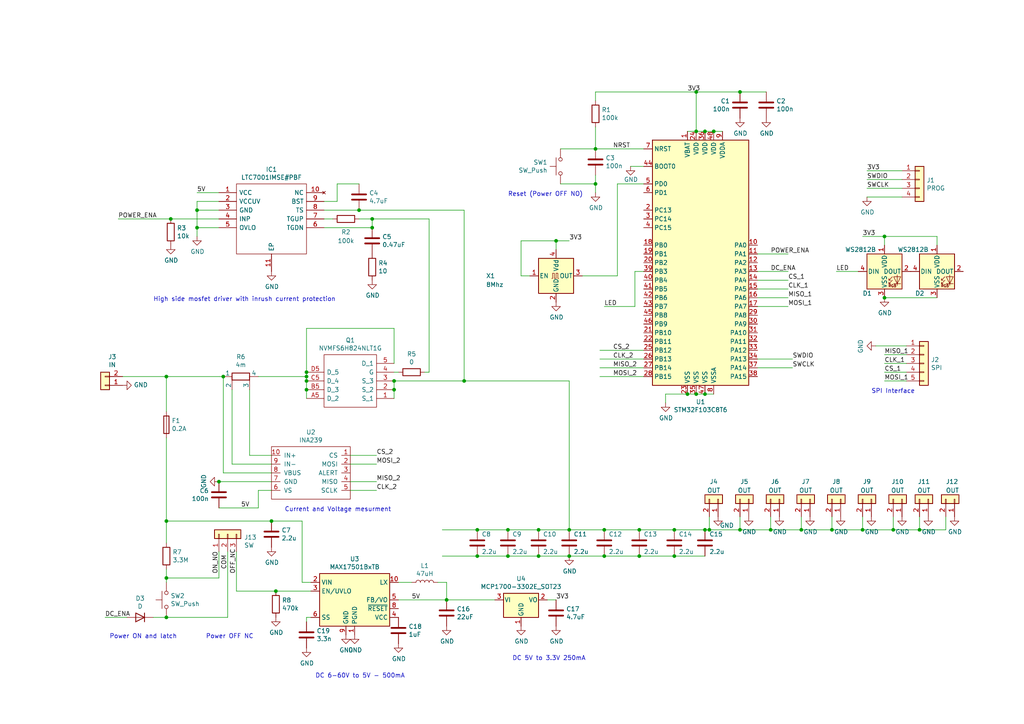
<source format=kicad_sch>
(kicad_sch (version 20211123) (generator eeschema)
  (paper "A4")
  (title_block (title "ODRI Power Board") (company "LAAS-CNRS") (comment 1 "Thomas Flayols"))
  (junction (at 250.19 153.67))
  (junction (at 88.9 107.95))
  (junction (at 259.08 153.67))
  (junction (at 156.21 153.67))
  (junction (at 107.95 66.04))
  (junction (at 214.63 26.67))
  (junction (at 129.54 173.99))
  (junction (at 80.01 171.45))
  (junction (at 48.26 179.07))
  (junction (at 165.1 161.29))
  (junction (at 201.93 26.67))
  (junction (at 185.42 161.29))
  (junction (at 175.26 153.67))
  (junction (at 138.43 161.29))
  (junction (at 78.74 151.13))
  (junction (at 223.52 153.67))
  (junction (at 114.3 113.03))
  (junction (at 175.26 161.29))
  (junction (at 205.74 153.67))
  (junction (at 201.93 114.3))
  (junction (at 204.47 153.67))
  (junction (at 172.72 43.18))
  (junction (at 172.72 53.34))
  (junction (at 134.62 110.49))
  (junction (at 241.3 153.67))
  (junction (at 204.47 38.1))
  (junction (at 49.53 63.5))
  (junction (at 48.26 167.64))
  (junction (at 199.39 114.3))
  (junction (at 207.01 38.1))
  (junction (at 232.41 153.67))
  (junction (at 185.42 153.67))
  (junction (at 88.9 109.22))
  (junction (at 88.9 113.03))
  (junction (at 57.15 66.04))
  (junction (at 214.63 153.67))
  (junction (at 48.26 151.13))
  (junction (at 64.77 109.22))
  (junction (at 57.15 60.96))
  (junction (at 48.26 109.22))
  (junction (at 147.32 153.67))
  (junction (at 204.47 114.3))
  (junction (at 114.3 110.49))
  (junction (at 156.21 161.29))
  (junction (at 165.1 153.67))
  (junction (at 201.93 38.1))
  (junction (at 63.5 139.7))
  (junction (at 88.9 110.49))
  (junction (at 107.95 63.5))
  (junction (at 104.14 60.96))
  (junction (at 256.54 68.58))
  (junction (at 266.7 153.67))
  (junction (at 138.43 153.67))
  (junction (at 256.54 86.36))
  (junction (at 147.32 161.29))
  (junction (at 195.58 153.67))
  (junction (at 161.29 69.85))
  (junction (at 195.58 161.29))
  (wire (pts (xy 173.99 104.14) (xy 186.69 104.14)))
  (wire (pts (xy 90.17 179.07) (xy 88.9 179.07)))
  (wire (pts (xy 57.15 58.42) (xy 57.15 60.96)))
  (wire (pts (xy 88.9 115.57) (xy 88.9 113.03)))
  (wire (pts (xy 219.71 88.9) (xy 228.6 88.9)))
  (wire (pts (xy 134.62 60.96) (xy 134.62 110.49)))
  (wire (pts (xy 184.15 88.9) (xy 175.26 88.9)))
  (wire (pts (xy 271.78 86.36) (xy 256.54 86.36)))
  (wire (pts (xy 114.3 95.25) (xy 88.9 95.25)))
  (wire (pts (xy 129.54 168.91) (xy 129.54 173.99)))
  (wire (pts (xy 107.95 63.5) (xy 107.95 66.04)))
  (wire (pts (xy 186.69 43.18) (xy 172.72 43.18)))
  (wire (pts (xy 114.3 105.41) (xy 114.3 95.25)))
  (wire (pts (xy 161.29 69.85) (xy 165.1 69.85)))
  (wire (pts (xy 158.75 173.99) (xy 161.29 173.99)))
  (wire (pts (xy 66.04 160.02) (xy 66.04 179.07)))
  (wire (pts (xy 184.15 78.74) (xy 184.15 88.9)))
  (wire (pts (xy 97.79 53.34) (xy 104.14 53.34)))
  (wire (pts (xy 101.6 139.7) (xy 109.22 139.7)))
  (wire (pts (xy 34.29 63.5) (xy 49.53 63.5)))
  (wire (pts (xy 201.93 38.1) (xy 204.47 38.1)))
  (wire (pts (xy 104.14 63.5) (xy 107.95 63.5)))
  (wire (pts (xy 57.15 66.04) (xy 63.5 66.04)))
  (wire (pts (xy 101.6 134.62) (xy 109.22 134.62)))
  (wire (pts (xy 219.71 104.14) (xy 229.87 104.14)))
  (wire (pts (xy 193.04 114.3) (xy 199.39 114.3)))
  (wire (pts (xy 88.9 109.22) (xy 88.9 110.49)))
  (wire (pts (xy 261.62 57.15) (xy 251.46 57.15)))
  (wire (pts (xy 114.3 110.49) (xy 114.3 113.03)))
  (wire (pts (xy 232.41 153.67) (xy 232.41 149.86)))
  (wire (pts (xy 162.56 53.34) (xy 172.72 53.34)))
  (wire (pts (xy 262.89 100.33) (xy 254 100.33)))
  (wire (pts (xy 214.63 153.67) (xy 223.52 153.67)))
  (wire (pts (xy 74.93 147.32) (xy 63.5 147.32)))
  (wire (pts (xy 88.9 107.95) (xy 88.9 109.22)))
  (wire (pts (xy 147.32 153.67) (xy 156.21 153.67)))
  (wire (pts (xy 262.89 110.49) (xy 256.54 110.49)))
  (wire (pts (xy 185.42 153.67) (xy 195.58 153.67)))
  (wire (pts (xy 88.9 110.49) (xy 88.9 113.03)))
  (wire (pts (xy 147.32 153.67) (xy 138.43 153.67)))
  (wire (pts (xy 44.45 179.07) (xy 48.26 179.07)))
  (wire (pts (xy 90.17 171.45) (xy 80.01 171.45)))
  (wire (pts (xy 205.74 153.67) (xy 214.63 153.67)))
  (wire (pts (xy 193.04 116.84) (xy 193.04 114.3)))
  (wire (pts (xy 172.72 36.83) (xy 172.72 43.18)))
  (wire (pts (xy 241.3 153.67) (xy 241.3 149.86)))
  (wire (pts (xy 205.74 153.67) (xy 205.74 149.86)))
  (wire (pts (xy 185.42 161.29) (xy 175.26 161.29)))
  (wire (pts (xy 179.07 80.01) (xy 168.91 80.01)))
  (wire (pts (xy 151.13 80.01) (xy 151.13 69.85)))
  (wire (pts (xy 123.19 107.95) (xy 124.46 107.95)))
  (wire (pts (xy 274.32 153.67) (xy 274.32 149.86)))
  (wire (pts (xy 241.3 153.67) (xy 250.19 153.67)))
  (wire (pts (xy 173.99 106.68) (xy 186.69 106.68)))
  (wire (pts (xy 78.74 139.7) (xy 63.5 139.7)))
  (wire (pts (xy 68.58 171.45) (xy 80.01 171.45)))
  (wire (pts (xy 201.93 114.3) (xy 204.47 114.3)))
  (wire (pts (xy 87.63 168.91) (xy 87.63 151.13)))
  (wire (pts (xy 104.14 60.96) (xy 93.98 60.96)))
  (wire (pts (xy 262.89 105.41) (xy 256.54 105.41)))
  (wire (pts (xy 199.39 38.1) (xy 201.93 38.1)))
  (wire (pts (xy 78.74 132.08) (xy 72.39 132.08)))
  (wire (pts (xy 259.08 153.67) (xy 259.08 149.86)))
  (wire (pts (xy 256.54 71.12) (xy 256.54 68.58)))
  (wire (pts (xy 74.93 142.24) (xy 74.93 147.32)))
  (wire (pts (xy 271.78 71.12) (xy 271.78 68.58)))
  (wire (pts (xy 57.15 60.96) (xy 57.15 66.04)))
  (wire (pts (xy 251.46 52.07) (xy 261.62 52.07)))
  (wire (pts (xy 88.9 179.07) (xy 88.9 180.34)))
  (wire (pts (xy 266.7 153.67) (xy 274.32 153.67)))
  (wire (pts (xy 67.31 113.03) (xy 67.31 134.62)))
  (wire (pts (xy 219.71 86.36) (xy 228.6 86.36)))
  (wire (pts (xy 214.63 153.67) (xy 214.63 149.86)))
  (wire (pts (xy 72.39 113.03) (xy 72.39 132.08)))
  (wire (pts (xy 256.54 107.95) (xy 262.89 107.95)))
  (wire (pts (xy 173.99 109.22) (xy 186.69 109.22)))
  (wire (pts (xy 93.98 63.5) (xy 96.52 63.5)))
  (wire (pts (xy 153.67 80.01) (xy 151.13 80.01)))
  (wire (pts (xy 172.72 53.34) (xy 172.72 55.88)))
  (wire (pts (xy 93.98 66.04) (xy 107.95 66.04)))
  (wire (pts (xy 64.77 137.16) (xy 64.77 109.22)))
  (wire (pts (xy 219.71 81.28) (xy 228.6 81.28)))
  (wire (pts (xy 128.27 153.67) (xy 138.43 153.67)))
  (wire (pts (xy 107.95 63.5) (xy 124.46 63.5)))
  (wire (pts (xy 248.92 78.74) (xy 242.57 78.74)))
  (wire (pts (xy 175.26 161.29) (xy 165.1 161.29)))
  (wire (pts (xy 219.71 106.68) (xy 229.87 106.68)))
  (wire (pts (xy 48.26 109.22) (xy 48.26 119.38)))
  (wire (pts (xy 114.3 107.95) (xy 115.57 107.95)))
  (wire (pts (xy 165.1 153.67) (xy 175.26 153.67)))
  (wire (pts (xy 179.07 53.34) (xy 179.07 80.01)))
  (wire (pts (xy 201.93 26.67) (xy 214.63 26.67)))
  (wire (pts (xy 114.3 113.03) (xy 114.3 115.57)))
  (wire (pts (xy 134.62 110.49) (xy 114.3 110.49)))
  (wire (pts (xy 204.47 161.29) (xy 195.58 161.29)))
  (wire (pts (xy 199.39 114.3) (xy 201.93 114.3)))
  (wire (pts (xy 271.78 68.58) (xy 256.54 68.58)))
  (wire (pts (xy 172.72 29.21) (xy 172.72 26.67)))
  (wire (pts (xy 90.17 168.91) (xy 87.63 168.91)))
  (wire (pts (xy 48.26 165.1) (xy 48.26 167.64)))
  (wire (pts (xy 124.46 63.5) (xy 124.46 107.95)))
  (wire (pts (xy 115.57 173.99) (xy 129.54 173.99)))
  (wire (pts (xy 104.14 60.96) (xy 134.62 60.96)))
  (wire (pts (xy 250.19 153.67) (xy 259.08 153.67)))
  (wire (pts (xy 63.5 55.88) (xy 57.15 55.88)))
  (wire (pts (xy 204.47 38.1) (xy 207.01 38.1)))
  (wire (pts (xy 173.99 101.6) (xy 186.69 101.6)))
  (wire (pts (xy 78.74 151.13) (xy 87.63 151.13)))
  (wire (pts (xy 207.01 38.1) (xy 209.55 38.1)))
  (wire (pts (xy 48.26 167.64) (xy 48.26 168.91)))
  (wire (pts (xy 172.72 26.67) (xy 201.93 26.67)))
  (wire (pts (xy 219.71 73.66) (xy 228.6 73.66)))
  (wire (pts (xy 48.26 157.48) (xy 48.26 151.13)))
  (wire (pts (xy 78.74 134.62) (xy 67.31 134.62)))
  (wire (pts (xy 250.19 153.67) (xy 250.19 149.86)))
  (wire (pts (xy 35.56 109.22) (xy 48.26 109.22)))
  (wire (pts (xy 223.52 153.67) (xy 232.41 153.67)))
  (wire (pts (xy 161.29 72.39) (xy 161.29 69.85)))
  (wire (pts (xy 251.46 49.53) (xy 261.62 49.53)))
  (wire (pts (xy 48.26 127) (xy 48.26 151.13)))
  (wire (pts (xy 68.58 160.02) (xy 68.58 171.45)))
  (wire (pts (xy 101.6 132.08) (xy 109.22 132.08)))
  (wire (pts (xy 186.69 53.34) (xy 179.07 53.34)))
  (wire (pts (xy 48.26 151.13) (xy 78.74 151.13)))
  (wire (pts (xy 138.43 161.29) (xy 147.32 161.29)))
  (wire (pts (xy 162.56 43.18) (xy 172.72 43.18)))
  (wire (pts (xy 93.98 58.42) (xy 97.79 58.42)))
  (wire (pts (xy 259.08 153.67) (xy 266.7 153.67)))
  (wire (pts (xy 201.93 38.1) (xy 201.93 26.67)))
  (wire (pts (xy 266.7 153.67) (xy 266.7 149.86)))
  (wire (pts (xy 127 168.91) (xy 129.54 168.91)))
  (wire (pts (xy 156.21 161.29) (xy 165.1 161.29)))
  (wire (pts (xy 195.58 153.67) (xy 204.47 153.67)))
  (wire (pts (xy 101.6 142.24) (xy 109.22 142.24)))
  (wire (pts (xy 186.69 78.74) (xy 184.15 78.74)))
  (wire (pts (xy 204.47 114.3) (xy 207.01 114.3)))
  (wire (pts (xy 48.26 109.22) (xy 64.77 109.22)))
  (wire (pts (xy 63.5 167.64) (xy 63.5 160.02)))
  (wire (pts (xy 204.47 153.67) (xy 205.74 153.67)))
  (wire (pts (xy 175.26 153.67) (xy 185.42 153.67)))
  (wire (pts (xy 30.48 179.07) (xy 36.83 179.07)))
  (wire (pts (xy 232.41 153.67) (xy 241.3 153.67)))
  (wire (pts (xy 219.71 78.74) (xy 228.6 78.74)))
  (wire (pts (xy 151.13 69.85) (xy 161.29 69.85)))
  (wire (pts (xy 214.63 26.67) (xy 222.25 26.67)))
  (wire (pts (xy 63.5 58.42) (xy 57.15 58.42)))
  (wire (pts (xy 57.15 60.96) (xy 63.5 60.96)))
  (wire (pts (xy 78.74 142.24) (xy 74.93 142.24)))
  (wire (pts (xy 115.57 168.91) (xy 119.38 168.91)))
  (wire (pts (xy 156.21 153.67) (xy 165.1 153.67)))
  (wire (pts (xy 74.93 109.22) (xy 88.9 109.22)))
  (wire (pts (xy 195.58 161.29) (xy 185.42 161.29)))
  (wire (pts (xy 128.27 161.29) (xy 138.43 161.29)))
  (wire (pts (xy 172.72 50.8) (xy 172.72 53.34)))
  (wire (pts (xy 256.54 102.87) (xy 262.89 102.87)))
  (wire (pts (xy 261.62 54.61) (xy 251.46 54.61)))
  (wire (pts (xy 165.1 153.67) (xy 165.1 110.49)))
  (wire (pts (xy 97.79 58.42) (xy 97.79 53.34)))
  (wire (pts (xy 219.71 83.82) (xy 228.6 83.82)))
  (wire (pts (xy 223.52 153.67) (xy 223.52 149.86)))
  (wire (pts (xy 49.53 63.5) (xy 63.5 63.5)))
  (wire (pts (xy 182.88 48.26) (xy 186.69 48.26)))
  (wire (pts (xy 48.26 179.07) (xy 66.04 179.07)))
  (wire (pts (xy 147.32 161.29) (xy 156.21 161.29)))
  (wire (pts (xy 57.15 68.58) (xy 57.15 66.04)))
  (wire (pts (xy 78.74 137.16) (xy 64.77 137.16)))
  (wire (pts (xy 48.26 167.64) (xy 63.5 167.64)))
  (wire (pts (xy 165.1 110.49) (xy 134.62 110.49)))
  (wire (pts (xy 256.54 68.58) (xy 250.19 68.58)))
  (wire (pts (xy 88.9 95.25) (xy 88.9 107.95)))
  (wire (pts (xy 129.54 173.99) (xy 143.51 173.99)))
  (text "SPI Interface" (at 252.73 114.3 0) (effects (font (size 1.27 1.27)) (justify left bottom)))
  (text "Power OFF NC" (at 59.69 185.42 0) (effects (font (size 1.27 1.27)) (justify left bottom)))
  (text "Current and Voltage mesurment" (at 82.55 148.59 0) (effects (font (size 1.27 1.27)) (justify left bottom)))
  (text "Reset (Power OFF NO)" (at 147.32 57.15 0) (effects (font (size 1.27 1.27)) (justify left bottom)))
  (text "DC 5V to 3.3V 250mA" (at 148.59 191.77 0) (effects (font (size 1.27 1.27)) (justify left bottom)))
  (text "Power ON and latch" (at 31.75 185.42 0) (effects (font (size 1.27 1.27)) (justify left bottom)))
  (text "High side mosfet driver with inrush current protection" (at 44.45 87.63 0) (effects (font (size 1.27 1.27)) (justify left bottom)))
  (text "DC 6-60V to 5V - 500mA" (at 91.44 196.85 0) (effects (font (size 1.27 1.27)) (justify left bottom)))
  (label "CLK_1" (at 228.6 83.82 0))
  (label "3V3" (at 165.1 69.85 0))
  (label "SWDIO" (at 229.87 104.14 0))
  (label "3V3" (at 199.39 26.67 0))
  (label "MOSI_1" (at 228.6 88.9 0))
  (label "CS_1" (at 228.6 81.28 0))
  (label "OFF_NC" (at 68.58 166.37 90))
  (label "COM" (at 66.04 165.1 90))
  (label "3V3" (at 251.46 49.53 0))
  (label "MISO_1" (at 256.54 102.87 0))
  (label "CS_1" (at 256.54 107.95 0))
  (label "MISO_2" (at 177.8 106.68 0))
  (label "MOSI_2" (at 177.8 109.22 0))
  (label "SWCLK" (at 229.87 106.68 0))
  (label "5V" (at 72.39 147.32 180))
  (label "CLK_2" (at 109.22 142.24 0))
  (label "SWDIO" (at 251.46 52.07 0))
  (label "NRST" (at 177.8 43.18 0))
  (label "CS_2" (at 177.8 101.6 0))
  (label "3V3" (at 161.29 173.99 0))
  (label "MISO_1" (at 228.6 86.36 0))
  (label "CS_2" (at 109.22 132.08 0))
  (label "POWER_ENA" (at 34.29 63.5 0))
  (label "POWER_ENA" (at 223.52 73.66 0))
  (label "MOSI_1" (at 256.54 110.49 0))
  (label "ON_NO" (at 63.5 166.37 90))
  (label "LED" (at 175.26 88.9 0))
  (label "CLK_1" (at 256.54 105.41 0))
  (label "5V" (at 119.38 173.99 0))
  (label "MISO_2" (at 109.22 139.7 0))
  (label "DC_ENA" (at 30.48 179.07 0))
  (label "SWCLK" (at 251.46 54.61 0))
  (label "3V3" (at 250.19 68.58 0))
  (label "MOSI_2" (at 109.22 134.62 0))
  (label "LED" (at 242.57 78.74 0))
  (label "CLK_2" (at 177.8 104.14 0))
  (label "DC_ENA" (at 223.52 78.74 0))
  (label "5V" (at 57.15 55.88 0))
  (symbol (lib_id "ina229:INA229") (at 88.9 127 0) (mirror y) (unit 1)
    (property "Reference" "U2" (at 90.17 125.349 0))
    (property "Value" "INA239" (at 90.17 127.6604 0))
    (property "Footprint" "Package_SO:VSSOP-10_3x3mm_P0.5mm" (effects hide))
    (property "Link" "https://octopart.com/ina239aidgsr-texas+instruments-116345462?r=sp" (effects hide))
    (property "Mouser" "595-INA239AIDGSR" (effects hide))
    (property "Part No" "INA239AIDGSR" (effects hide))
  )
  (symbol (lib_id "Device:R_Shunt") (at 69.85 109.22 90) (mirror x) (unit 1)
    (property "Reference" "R6" (at 69.85 103.505 90))
    (property "Value" "4m" (at 69.85 105.8164 90))
    (property "Footprint" "Resistor_SMD:R_Shunt_Vishay_WSK2512_6332Metric_T2.66mm" (effects hide))
    (property "Link" "https://octopart.com/wsk25124l000fea-vishay-41934978?r=sp" (effects hide))
    (property "DigiKey" "541-WSK25124L000FEACT-ND" (effects hide))
    (property "Mouser" "71-WSK25124L000FEA" (effects hide))
    (property "Part No" "WSK25124L000FEA" (effects hide))
  )
  (symbol (lib_id "power:GND") (at 63.5 139.7 270) (mirror x) (unit 1)
    (property "Reference" "#PWR015" (effects hide))
    (property "Value" "GND" (at 59.1058 139.573 0))
  )
  (symbol (lib_id "Connector_Generic:Conn_01x02") (at 208.28 144.78 270) (mirror x) (unit 1)
    (property "Reference" "J4" (at 207.01 139.7 90))
    (property "Value" "OUT" (at 207.01 142.24 90))
    (property "Footprint" "Connector_AMASS:AMASS_XT30U-M_1x02_P5.0mm_Vertical" (effects hide))
    (property "Link" "https://octopart.com/xt30u-m-amass-118051273?r=sp" (effects hide))
    (property "Part No" "XT30U-M" (effects hide))
  )
  (symbol (lib_id "Connector_Generic:Conn_01x02") (at 217.17 144.78 270) (mirror x) (unit 1)
    (property "Reference" "J5" (at 215.9 139.7 90))
    (property "Value" "OUT" (at 215.9 142.24 90))
    (property "Footprint" "Connector_AMASS:AMASS_XT30U-M_1x02_P5.0mm_Vertical" (effects hide))
    (property "Link" "https://octopart.com/xt30u-m-amass-118051273?r=sp" (effects hide))
    (property "Part No" "XT30U-M" (effects hide))
  )
  (symbol (lib_id "Connector_Generic:Conn_01x02") (at 226.06 144.78 270) (mirror x) (unit 1)
    (property "Reference" "J6" (at 224.79 139.7 90))
    (property "Value" "OUT" (at 224.79 142.24 90))
    (property "Footprint" "Connector_AMASS:AMASS_XT30U-M_1x02_P5.0mm_Vertical" (effects hide))
    (property "Link" "https://octopart.com/xt30u-m-amass-118051273?r=sp" (effects hide))
    (property "Part No" "XT30U-M" (effects hide))
  )
  (symbol (lib_id "Connector_Generic:Conn_01x02") (at 234.95 144.78 270) (mirror x) (unit 1)
    (property "Reference" "J7" (at 233.68 139.7 90))
    (property "Value" "OUT" (at 233.68 142.24 90))
    (property "Footprint" "Connector_AMASS:AMASS_XT30U-M_1x02_P5.0mm_Vertical" (effects hide))
    (property "Link" "https://octopart.com/xt30u-m-amass-118051273?r=sp" (effects hide))
    (property "Part No" "XT30U-M" (effects hide))
  )
  (symbol (lib_id "Connector_Generic:Conn_01x02") (at 243.84 144.78 270) (mirror x) (unit 1)
    (property "Reference" "J8" (at 242.57 139.7 90))
    (property "Value" "OUT" (at 242.57 142.24 90))
    (property "Footprint" "Connector_AMASS:AMASS_XT30U-M_1x02_P5.0mm_Vertical" (effects hide))
    (property "Link" "https://octopart.com/xt30u-m-amass-118051273?r=sp" (effects hide))
    (property "Part No" "XT30U-M" (effects hide))
  )
  (symbol (lib_id "Connector_Generic:Conn_01x02") (at 252.73 144.78 270) (mirror x) (unit 1)
    (property "Reference" "J9" (at 251.46 139.7 90))
    (property "Value" "OUT" (at 251.46 142.24 90))
    (property "Footprint" "Connector_AMASS:AMASS_XT30U-M_1x02_P5.0mm_Vertical" (effects hide))
    (property "Link" "https://octopart.com/xt30u-m-amass-118051273?r=sp" (effects hide))
    (property "Part No" "XT30U-M" (effects hide))
  )
  (symbol (lib_id "power:GND") (at 208.28 149.86 0) (unit 1)
    (property "Reference" "#PWR016" (effects hide))
    (property "Value" "GND" (at 210.82 152.4 0))
  )
  (symbol (lib_id "power:GND") (at 217.17 149.86 0) (unit 1)
    (property "Reference" "#PWR017" (effects hide))
    (property "Value" "GND" (at 217.297 154.2542 0))
  )
  (symbol (lib_id "power:GND") (at 226.06 149.86 0) (unit 1)
    (property "Reference" "#PWR018" (effects hide))
    (property "Value" "GND" (at 226.187 154.2542 0))
  )
  (symbol (lib_id "power:GND") (at 234.95 149.86 0) (unit 1)
    (property "Reference" "#PWR019" (effects hide))
    (property "Value" "GND" (at 235.077 154.2542 0))
  )
  (symbol (lib_id "power:GND") (at 243.84 149.86 0) (unit 1)
    (property "Reference" "#PWR020" (effects hide))
    (property "Value" "GND" (at 243.967 154.2542 0))
  )
  (symbol (lib_id "power:GND") (at 252.73 149.86 0) (unit 1)
    (property "Reference" "#PWR021" (effects hide))
    (property "Value" "GND" (at 252.857 154.2542 0))
  )
  (symbol (lib_id "Connector_Generic:Conn_01x02") (at 261.62 144.78 270) (mirror x) (unit 1)
    (property "Reference" "J10" (at 260.35 139.7 90))
    (property "Value" "OUT" (at 260.35 142.24 90))
    (property "Footprint" "Connector_AMASS:AMASS_XT30U-M_1x02_P5.0mm_Vertical" (effects hide))
    (property "Link" "https://octopart.com/xt30u-m-amass-118051273?r=sp" (effects hide))
    (property "Part No" "XT30U-M" (effects hide))
  )
  (symbol (lib_id "Connector_Generic:Conn_01x02") (at 269.24 144.78 270) (mirror x) (unit 1)
    (property "Reference" "J11" (at 267.97 139.7 90))
    (property "Value" "OUT" (at 267.97 142.24 90))
    (property "Footprint" "Connector_AMASS:AMASS_XT30U-M_1x02_P5.0mm_Vertical" (effects hide))
    (property "Link" "https://octopart.com/xt30u-m-amass-118051273?r=sp" (effects hide))
    (property "Part No" "XT30U-M" (effects hide))
  )
  (symbol (lib_id "power:GND") (at 261.62 149.86 0) (unit 1)
    (property "Reference" "#PWR022" (effects hide))
    (property "Value" "GND" (at 261.747 154.2542 0))
  )
  (symbol (lib_id "power:GND") (at 269.24 149.86 0) (unit 1)
    (property "Reference" "#PWR023" (effects hide))
    (property "Value" "GND" (at 269.367 154.2542 0))
  )
  (symbol (lib_id "power:GND") (at 35.56 111.76 90) (unit 1)
    (property "Reference" "#PWR013" (effects hide))
    (property "Value" "GND" (at 38.8112 111.633 90) (effects (justify right)))
  )
  (symbol (lib_id "Regulator_Switching:MAX17501BxTB") (at 102.87 173.99 0) (unit 1)
    (property "Reference" "U3" (at 102.87 162.1282 0))
    (property "Value" "MAX17501BxTB" (at 102.87 164.4396 0))
    (property "Footprint" "Package_DFN_QFN:TDFN-10-1EP_2x3mm_P0.5mm_EP0.9x2mm" (effects hide))
    (property "Link" "https://octopart.com/max17501batb%2Bt-maxim+integrated-18909242?r=sp" (effects hide))
    (property "DigiKey" "MAX17501BATB+TDKR-ND" (effects hide))
    (property "Farnell" "2798898" (effects hide))
    (property "Mouser" "700-MAX17501BATB+T" (effects hide))
    (property "Part No" "MAX17501BATB+T" (effects hide))
  )
  (symbol (lib_id "power:GND") (at 100.33 184.15 0) (unit 1)
    (property "Reference" "#PWR030" (effects hide))
    (property "Value" "GND" (at 100.457 188.5442 0))
  )
  (symbol (lib_id "power:GND") (at 102.87 184.15 0) (unit 1)
    (property "Reference" "#PWR031" (effects hide))
    (property "Value" "GND" (at 102.997 188.5442 0))
  )
  (symbol (lib_id "Connector_Generic:Conn_01x05") (at 267.97 105.41 0) (unit 1)
    (property "Reference" "J2" (at 270.002 104.3432 0) (effects (justify left)))
    (property "Value" "SPI" (at 270.002 106.6546 0) (effects (justify left)))
    (property "Footprint" "Connector_Hirose:Hirose_DF13-05P-1.25DSA_1x05_P1.25mm_Vertical" (effects hide))
    (property "DigiKey" "H2194-ND" (effects hide))
    (property "Farnell" "2427589" (effects hide))
    (property "Link" "https://octopart.com/df13-5p-1.25dsa-hirose-261608?r=sp" (effects hide))
    (property "Mouser" "798-DF13-5P-1.25DSA" (effects hide))
    (property "Part No" "DF13-5P-1.25DSA" (effects hide))
  )
  (symbol (lib_id "power:GND") (at 254 100.33 270) (unit 1)
    (property "Reference" "#PWR012" (effects hide))
    (property "Value" "GND" (at 249.6058 100.457 0))
  )
  (symbol (lib_id "power:GND") (at 193.04 116.84 0) (unit 1)
    (property "Reference" "#PWR014" (effects hide))
    (property "Value" "GND" (at 193.167 121.2342 0))
  )
  (symbol (lib_id "NVMFS5C604NLWFT1G:NVMFS5C604NLWFT1G") (at 114.3 115.57 180) (unit 1)
    (property "Reference" "Q1" (at 101.6 98.679 0))
    (property "Value" "NVMFS6H824NLT1G" (at 101.6 100.9904 0))
    (property "Footprint" "NVMFS5C604NLWFT1G:NVMFS5C604NLWFT1G" (effects hide))
    (property "Description" "MOSFET NFET SO8FL 60V 287A 1.2MO" (effects hide))
    (property "Arrow Part Number" "NVMFS5C604NLWFT1G" (effects hide))
    (property "Arrow Price/Stock" "https://www.arrow.com/en/products/nvmfs5c604nlwft1g/on-semiconductor" (effects hide))
    (property "Link" "https://octopart.com/nvmfs6h824nlt1g-onsemi-107239366?r=sp" (effects hide))
    (property "Part No" "NVMFS6H824NLT1G" (effects hide))
    (property "DigiKey" "488-NVMFS6H824NLT1GCT-ND" (effects hide))
    (property "Farnell" "3464029" (effects hide))
    (property "Mouser" "863-NVMFS6H824NLT1G" (effects hide))
    (property "RS" "2025749P" (effects hide))
  )
  (symbol (lib_id "Switch:SW_Push") (at 48.26 173.99 90) (unit 1)
    (property "Reference" "SW2" (at 49.4792 172.8216 90) (effects (justify right)))
    (property "Value" "SW_Push" (at 49.4792 175.133 90) (effects (justify right)))
    (property "Footprint" "Button_Switch_SMD:SW_Push_1P1T_NO_CK_KMR2" (effects hide))
    (property "Link" "https://octopart.com/kmr223glfg-c%26k+components-7881168?r=sp" (effects hide))
    (property "DigiKey" "401-1428-1-ND" (effects hide))
    (property "Farnell" "2845730" (effects hide))
    (property "Mouser" "611-KMR223GLFG" (effects hide))
    (property "Part No" "KMR223GLFG" (effects hide))
  )
  (symbol (lib_id "Device:R") (at 80.01 175.26 0) (unit 1)
    (property "Reference" "R8" (at 81.788 174.0916 0) (effects (justify left)))
    (property "Value" "470k" (at 81.788 176.403 0) (effects (justify left)))
    (property "Footprint" "Resistor_SMD:R_0402_1005Metric" (effects hide))
    (property "Link" "https://octopart.com/rc0402fr-07470kl-yageo-40301048?r=sp" (effects hide))
    (property "DigiKey" "311-470KLRCT-ND" (effects hide))
    (property "Farnell" "2459294" (effects hide))
    (property "Mouser" "603-RC0402FR-07470KL" (effects hide))
    (property "Part No" "RC0402FR-07470KL" (effects hide))
    (property "RS" "1987793" (effects hide))
  )
  (symbol (lib_id "power:GND") (at 80.01 179.07 0) (unit 1)
    (property "Reference" "#PWR032" (effects hide))
    (property "Value" "GND" (at 80.137 183.4642 0))
  )
  (symbol (lib_id "Device:R") (at 48.26 161.29 0) (unit 1)
    (property "Reference" "R7" (at 50.038 160.1216 0) (effects (justify left)))
    (property "Value" "3.3M" (at 50.038 162.433 0) (effects (justify left)))
    (property "Footprint" "Resistor_SMD:R_0402_1005Metric" (effects hide))
    (property "Link" "https://octopart.com/rc0402fr-073m3l-yageo-41203087?r=sp" (effects hide))
    (property "DigiKey" "311-3.30MLRCT-ND" (effects hide))
    (property "Farnell" "1458782" (effects hide))
    (property "Mouser" "603-RC0402FR-073M3L" (effects hide))
    (property "Part No" "RC0402FR-073M3L" (effects hide))
  )
  (symbol (lib_id "Connector_Generic:Conn_01x02") (at 30.48 111.76 180) (unit 1)
    (property "Reference" "J3" (at 32.5628 103.505 0))
    (property "Value" "IN" (at 32.5628 105.8164 0))
    (property "Footprint" "Connector_AMASS:AMASS_XT30PW-M_1x02_P2.50mm_Horizontal" (effects hide))
    (property "Link" "https://octopart.com/xt30pw-m-amass-118051271?r=sp" (effects hide))
    (property "Part No" "XT30PW-M" (effects hide))
  )
  (symbol (lib_id "Regulator_Linear:MCP1700-3302E_SOT23") (at 151.13 173.99 0) (unit 1)
    (property "Reference" "U4" (at 151.13 167.8432 0))
    (property "Value" "MCP1700-3302E_SOT23" (at 151.13 170.1546 0))
    (property "Footprint" "Package_TO_SOT_SMD:SOT-23" (effects hide))
    (property "Link" "https://octopart.com/mcp1700t-3302e%2Ftt-microchip-535742?r=sp" (effects hide))
    (property "DigiKey" "MCP1700T3302ETTDKR-ND" (effects hide))
    (property "Farnell" "1296592" (effects hide))
    (property "Part No" "MCP1700T-3302E/TT" (effects hide))
    (property "RS" "698-9044P" (effects hide))
    (property "Mouser" "579-MCP1700T3302E/TT" (effects hide))
  )
  (symbol (lib_id "power:GND") (at 151.13 181.61 0) (unit 1)
    (property "Reference" "#PWR028" (effects hide))
    (property "Value" "GND" (at 151.257 186.0042 0))
  )
  (symbol (lib_id "Device:D") (at 40.64 179.07 180) (unit 1)
    (property "Reference" "D3" (at 40.64 173.5582 0))
    (property "Value" "D" (at 40.64 175.8696 0))
    (property "Footprint" "Diode_SMD:D_0402_1005Metric" (effects hide))
    (property "Link" "https://octopart.com/nsr05f20nxt5g-onsemi-18688319?r=sp" (effects hide))
    (property "DigiKey" "NSR05F20NXT5GOSCT-ND" (effects hide))
    (property "Farnell" "2533246" (effects hide))
    (property "Mouser" "863-NSR05F20NXT5G" (effects hide))
    (property "Part No" "NSR05F20NXT5G" (effects hide))
    (property "RS" "186-7707P" (effects hide))
  )
  (symbol (lib_id "Device:R") (at 49.53 67.31 180) (unit 1)
    (property "Reference" "R3" (at 51.308 66.1416 0) (effects (justify right)))
    (property "Value" "10k" (at 51.308 68.453 0) (effects (justify right)))
    (property "Footprint" "Resistor_SMD:R_0402_1005Metric" (effects hide))
    (property "DigiKey" "311-10.0KLRCT-ND" (effects hide))
    (property "Farnell" "2421890" (effects hide))
    (property "Link" "https://octopart.com/rc0402fr-0710kl-yageo-55458461?r=sp" (effects hide))
    (property "Mouser" "603-RC0402FR-0710KL" (effects hide))
    (property "Part No" "RC0402FR-0710KL" (effects hide))
    (property "RS" "1987644P" (effects hide))
  )
  (symbol (lib_id "power:GND") (at 49.53 71.12 0) (unit 1)
    (property "Reference" "#PWR07" (effects hide))
    (property "Value" "GND" (at 49.657 75.5142 0))
  )
  (symbol (lib_id "power:GND") (at 78.74 78.74 0) (unit 1)
    (property "Reference" "#PWR08" (effects hide))
    (property "Value" "GND" (at 78.867 83.1342 0))
  )
  (symbol (lib_id "Device:Fuse") (at 48.26 123.19 0) (unit 1)
    (property "Reference" "F1" (at 49.784 122.0216 0) (effects (justify left)))
    (property "Value" "0.2A" (at 49.784 124.333 0) (effects (justify left)))
    (property "Footprint" "Fuse:Fuse_1206_3216Metric" (effects hide))
    (property "Link" "https://octopart.com/nanosmdc020f-2-littelfuse-74215050?r=sp" (effects hide))
    (property "DigiKey" "NANOSMDC020F-2CT-ND" (effects hide))
    (property "Farnell" "1345939" (effects hide))
    (property "Mouser" "650-NANOSMDC020F-2" (effects hide))
    (property "Part No" "NANOSMDC020F-2" (effects hide))
  )
  (symbol (lib_id "Device:C") (at 63.5 143.51 0) (mirror y) (unit 1)
    (property "Reference" "C6" (at 60.579 142.3416 0) (effects (justify left)))
    (property "Value" "100n" (at 60.579 144.653 0) (effects (justify left)))
    (property "Footprint" "Capacitor_SMD:C_0402_1005Metric" (effects hide))
    (property "DigiKey" "311-1338-1-ND" (effects hide))
    (property "Farnell" "9402047" (effects hide))
    (property "Link" "https://octopart.com/cc0402krx7r7bb104-yageo-42244624?r=sp" (effects hide))
    (property "Mouser" "603-CC402KRX7R7BB104" (effects hide))
    (property "Part No" "CC0402KRX7R7BB104" (effects hide))
    (property "RS" "616-9701" (effects hide))
  )
  (symbol (lib_id "Device:C") (at 222.25 30.48 0) (unit 1)
    (property "Reference" "C2" (at 225.171 29.3116 0) (effects (justify left)))
    (property "Value" "100n" (at 225.171 31.623 0) (effects (justify left)))
    (property "Footprint" "Capacitor_SMD:C_0402_1005Metric" (effects hide))
    (property "DigiKey" "311-1338-1-ND" (effects hide))
    (property "Farnell" "9402047" (effects hide))
    (property "Link" "https://octopart.com/cc0402krx7r7bb104-yageo-42244624?r=sp" (effects hide))
    (property "Mouser" "603-CC402KRX7R7BB104" (effects hide))
    (property "Part No" "CC0402KRX7R7BB104" (effects hide))
    (property "RS" "616-9701" (effects hide))
  )
  (symbol (lib_id "Device:C") (at 214.63 30.48 0) (unit 1)
    (property "Reference" "C1" (at 211.709 29.3116 0) (effects (justify right)))
    (property "Value" "100n" (at 211.709 31.623 0) (effects (justify right)))
    (property "Footprint" "Capacitor_SMD:C_0402_1005Metric" (effects hide))
    (property "DigiKey" "311-1338-1-ND" (effects hide))
    (property "Farnell" "9402047" (effects hide))
    (property "Link" "https://octopart.com/cc0402krx7r7bb104-yageo-42244624?r=sp" (effects hide))
    (property "Mouser" "603-CC402KRX7R7BB104" (effects hide))
    (property "Part No" "CC0402KRX7R7BB104" (effects hide))
    (property "RS" "616-9701" (effects hide))
  )
  (symbol (lib_id "Device:L") (at 123.19 168.91 90) (unit 1)
    (property "Reference" "L1" (at 123.19 164.084 90))
    (property "Value" "47uH" (at 123.19 166.3954 90))
    (property "Footprint" "Inductor_SMD:L_Bourns-SRN4018" (effects hide))
    (property "Link" "https://octopart.com/lps4018-473mrc-coilcraft-30061104?r=sp" (effects hide))
    (property "Farnell" "2408111" (effects hide))
    (property "Mouser" "994-LPS4018-473MRC" (effects hide))
    (property "Part No" "LPS4018-473MRC" (effects hide))
  )
  (symbol (lib_id "power:GND") (at 214.63 34.29 0) (unit 1)
    (property "Reference" "#PWR01" (effects hide))
    (property "Value" "GND" (at 214.757 38.6842 0))
  )
  (symbol (lib_id "power:GND") (at 222.25 34.29 0) (unit 1)
    (property "Reference" "#PWR02" (effects hide))
    (property "Value" "GND" (at 222.377 38.6842 0))
  )
  (symbol (lib_id "power:GND") (at 129.54 181.61 0) (unit 1)
    (property "Reference" "#PWR027" (effects hide))
    (property "Value" "GND" (at 129.667 186.0042 0))
  )
  (symbol (lib_id "Device:C") (at 115.57 182.88 0) (unit 1)
    (property "Reference" "C18" (at 118.491 181.7116 0) (effects (justify left)))
    (property "Value" "1uF" (at 118.491 184.023 0) (effects (justify left)))
    (property "Footprint" "Capacitor_SMD:C_0402_1005Metric" (effects hide))
    (property "DigiKey" "478-4596-1-ND" (effects hide))
    (property "Farnell" "2280811" (effects hide))
    (property "Link" "https://octopart.com/0402zd105kat2a-avx-55386343?r=sp" (effects hide))
    (property "Mouser" "581-0402ZD105K" (effects hide))
    (property "Part No" "0402ZD105KAT2A" (effects hide))
  )
  (symbol (lib_id "power:GND") (at 115.57 186.69 0) (unit 1)
    (property "Reference" "#PWR033" (effects hide))
    (property "Value" "GND" (at 115.697 191.0842 0))
  )
  (symbol (lib_id "Device:C") (at 104.14 57.15 0) (unit 1)
    (property "Reference" "C4" (at 107.061 55.9816 0) (effects (justify left)))
    (property "Value" "4.7uF" (at 107.061 58.293 0) (effects (justify left)))
    (property "Footprint" "Capacitor_SMD:C_0805_2012Metric" (effects hide))
    (property "Link" "https://octopart.com/grm21bc71h475ke11l-murata-46693508?r=sp" (effects hide))
    (property "DigiKey" "490-12757-1-ND" (effects hide))
    (property "Farnell" "3581771" (effects hide))
    (property "Mouser" "81-GRM21BC71H475KE1L" (effects hide))
    (property "Part No" "GRM21BC71H475KE11L" (effects hide))
    (property "RS" "172-6970" (effects hide))
  )
  (symbol (lib_id "power:GND") (at 57.15 68.58 0) (unit 1)
    (property "Reference" "#PWR06" (effects hide))
    (property "Value" "GND" (at 57.277 72.9742 0))
  )
  (symbol (lib_id "Device:C") (at 107.95 69.85 0) (unit 1)
    (property "Reference" "C5" (at 110.871 68.6816 0) (effects (justify left)))
    (property "Value" "0.47uF" (at 110.871 70.993 0) (effects (justify left)))
    (property "Footprint" "Capacitor_SMD:C_0805_2012Metric" (effects hide))
    (property "Link" "https://octopart.com/cl21b474kbfnnne-samsung-19018992?r=sp" (effects hide))
    (property "DigiKey" "1276-1039-1-ND" (effects hide))
    (property "Farnell" "3013497" (effects hide))
    (property "Mouser" "187-CL21B474KBFNNNE" (effects hide))
    (property "Part No" "CL21B474KBFNNNE" (effects hide))
  )
  (symbol (lib_id "Device:R") (at 100.33 63.5 270) (unit 1)
    (property "Reference" "R2" (at 100.33 67.31 90))
    (property "Value" "100k" (at 100.33 69.85 90))
    (property "Footprint" "Resistor_SMD:R_0402_1005Metric" (effects hide))
    (property "Link" "https://octopart.com/rc0402fr-07100kl-yageo-55402861?r=sp" (effects hide))
    (property "DigiKey" "311-100KLRCT-ND" (effects hide))
    (property "Farnell" "2421891" (effects hide))
    (property "Mouser" "603-RC0402FR-07100KL" (effects hide))
    (property "Part No" "RC0402FR-07100KL" (effects hide))
    (property "RS" "1987640P" (effects hide))
  )
  (symbol (lib_id "Device:C") (at 88.9 184.15 0) (unit 1)
    (property "Reference" "C19" (at 91.821 182.9816 0) (effects (justify left)))
    (property "Value" "3.3n" (at 91.821 185.293 0) (effects (justify left)))
    (property "Footprint" "Capacitor_SMD:C_0402_1005Metric" (effects hide))
    (property "DigiKey" "311-1034-1-ND" (effects hide))
    (property "Farnell" "2370654" (effects hide))
    (property "Link" "https://octopart.com/cc0402krx7r9bb332-yageo-192887?r=sp" (effects hide))
    (property "Mouser" "603-CC402KRX7R9BB332" (effects hide))
    (property "Part No" "CC0402KRX7R9BB332" (effects hide))
    (property "RS" "199-2261" (effects hide))
  )
  (symbol (lib_id "power:GND") (at 88.9 187.96 0) (unit 1)
    (property "Reference" "#PWR034" (effects hide))
    (property "Value" "GND" (at 89.027 192.3542 0))
  )
  (symbol (lib_id "Device:R") (at 107.95 77.47 180) (unit 1)
    (property "Reference" "R4" (at 109.728 76.3016 0) (effects (justify right)))
    (property "Value" "10" (at 109.728 78.613 0) (effects (justify right)))
    (property "Footprint" "Resistor_SMD:R_0402_1005Metric" (effects hide))
    (property "Link" "https://octopart.com/rc0402jr-0710rl-yageo-40952565?r=sp" (effects hide))
    (property "DigiKey" "311-10JRCT-ND" (effects hide))
    (property "Farnell" "9232524" (effects hide))
    (property "Mouser" "603-RC0402JR-0710RL" (effects hide))
    (property "Part No" "RC0402JR-0710RL" (effects hide))
    (property "RS" "1987894" (effects hide))
  )
  (symbol (lib_id "power:GND") (at 107.95 81.28 0) (unit 1)
    (property "Reference" "#PWR09" (effects hide))
    (property "Value" "GND" (at 108.077 85.6742 0))
  )
  (symbol (lib_id "Device:C") (at 172.72 46.99 0) (unit 1)
    (property "Reference" "C3" (at 175.641 45.8216 0) (effects (justify left)))
    (property "Value" "100n" (at 175.641 48.133 0) (effects (justify left)))
    (property "Footprint" "Capacitor_SMD:C_0402_1005Metric" (effects hide))
    (property "DigiKey" "311-1338-1-ND" (effects hide))
    (property "Farnell" "9402047" (effects hide))
    (property "Link" "https://octopart.com/cc0402krx7r7bb104-yageo-42244624?r=sp" (effects hide))
    (property "Mouser" "603-CC402KRX7R7BB104" (effects hide))
    (property "Part No" "CC0402KRX7R7BB104" (effects hide))
    (property "RS" "616-9701" (effects hide))
  )
  (symbol (lib_id "power:GND") (at 172.72 55.88 0) (unit 1)
    (property "Reference" "#PWR04" (effects hide))
    (property "Value" "GND" (at 172.847 60.2742 0))
  )
  (symbol (lib_id "Device:C") (at 195.58 157.48 0) (unit 1)
    (property "Reference" "C14" (at 196.85 154.94 0) (effects (justify left)))
    (property "Value" "2.2u" (at 196.85 160.02 0) (effects (justify left)))
    (property "Footprint" "Capacitor_SMD:C_1206_3216Metric" (effects hide))
    (property "DigiKey" "478-12144-1-ND" (effects hide))
    (property "Farnell" "2834939" (effects hide))
    (property "Link" "https://octopart.com/12061c225k4t2a-avx-83597938?r=sp" (effects hide))
    (property "Mouser" "581-12061C225K4T2A" (effects hide))
    (property "Part No" "12061C225K4T2A" (effects hide))
    (property "RS" "181-9983" (effects hide))
  )
  (symbol (lib_id "Device:C") (at 161.29 177.8 0) (unit 1)
    (property "Reference" "C17" (at 164.211 176.6316 0) (effects (justify left)))
    (property "Value" "4.7uF" (at 164.211 178.943 0) (effects (justify left)))
    (property "Footprint" "Capacitor_SMD:C_0805_2012Metric" (effects hide))
    (property "Link" "https://octopart.com/grm21bc71h475ke11l-murata-46693508?r=sp" (effects hide))
    (property "DigiKey" "490-12757-1-ND" (effects hide))
    (property "Farnell" "3581771" (effects hide))
    (property "Mouser" "81-GRM21BC71H475KE1L" (effects hide))
    (property "Part No" "GRM21BC71H475KE11L" (effects hide))
    (property "RS" "172-6970" (effects hide))
  )
  (symbol (lib_id "power:GND") (at 161.29 181.61 0) (unit 1)
    (property "Reference" "#PWR029" (effects hide))
    (property "Value" "GND" (at 161.417 186.0042 0))
  )
  (symbol (lib_id "Connector_Generic:Conn_01x04") (at 266.7 52.07 0) (unit 1)
    (property "Reference" "J1" (at 268.732 52.2732 0) (effects (justify left)))
    (property "Value" "PROG" (at 268.732 54.5846 0) (effects (justify left)))
    (property "Footprint" "Connector_PinHeader_2.54mm:PinHeader_1x04_P2.54mm_Vertical" (effects hide))
  )
  (symbol (lib_id "power:GND") (at 251.46 57.15 0) (unit 1)
    (property "Reference" "#PWR05" (effects hide))
    (property "Value" "GND" (at 251.587 61.5442 0))
  )
  (symbol (lib_id "MCU_ST_STM32F1:STM32F103C8Tx") (at 204.47 76.2 0) (unit 1)
    (property "Reference" "U1" (at 203.2 116.5606 0))
    (property "Value" "STM32F103C8T6" (at 203.2 118.872 0))
    (property "Footprint" "Package_QFP:LQFP-48_7x7mm_P0.5mm" (effects hide))
    (property "Link" "https://octopart.com/stm32f103c8t6-stmicroelectronics-41858015?r=sp" (effects hide))
    (property "DigiKey" "497-6063-ND" (effects hide))
    (property "Farnell" "1447637" (effects hide))
    (property "Mouser" "511-STM32F103C8T6" (effects hide))
    (property "Part No" "STM32F103C8T6" (effects hide))
  )
  (symbol (lib_id "Device:R") (at 119.38 107.95 90) (unit 1)
    (property "Reference" "R5" (at 119.38 102.6922 90))
    (property "Value" "0" (at 119.38 105.0036 90))
    (property "Footprint" "Resistor_SMD:R_0402_1005Metric" (effects hide))
    (property "DigiKey" "CR0402-J/-000GLFCT-ND" (effects hide))
    (property "Farnell" "2008330" (effects hide))
    (property "Link" "https://octopart.com/cr0402-j%2F-000glf-bourns-2326631?r=sp" (effects hide))
    (property "Mouser" "652-CR0402-J/-000GLF" (effects hide))
    (property "Part No" "CR0402-J/-000GLF" (effects hide))
    (property "RS" "7408789" (effects hide))
  )
  (symbol (lib_id "Oscillator:ASE-xxxMHz") (at 161.29 80.01 0) (unit 1)
    (property "Reference" "X1" (at 140.97 80.01 0) (effects (justify left)))
    (property "Value" "8Mhz" (at 140.97 82.55 0) (effects (justify left)))
    (property "Footprint" "Oscillator:Oscillator_SMD_Abracon_ASE-4Pin_3.2x2.5mm" (effects hide))
    (property "Link" "https://octopart.com/ase-8.000mhz-lc-t-abracon-657855?r=sp" (effects hide))
    (property "DigiKey" "535-9558-1-ND" (effects hide))
    (property "Farnell" "2467902" (effects hide))
    (property "Part No" "ASE-8.000MHZ-LC-T" (effects hide))
    (property "RS" "171-2852P" (effects hide))
    (property "Mouser" "815-ASE8.000MHZLCT" (effects hide))
  )
  (symbol (lib_id "Device:R") (at 172.72 33.02 180) (unit 1)
    (property "Reference" "R1" (at 174.498 31.8516 0) (effects (justify right)))
    (property "Value" "100k" (at 174.498 34.163 0) (effects (justify right)))
    (property "Footprint" "Resistor_SMD:R_0402_1005Metric" (effects hide))
    (property "Link" "https://octopart.com/rc0402fr-07100kl-yageo-55402861?r=sp" (effects hide))
    (property "DigiKey" "311-100KLRCT-ND" (effects hide))
    (property "Farnell" "2421891" (effects hide))
    (property "Mouser" "603-RC0402FR-07100KL" (effects hide))
    (property "Part No" "RC0402FR-07100KL" (effects hide))
    (property "RS" "1987640P" (effects hide))
  )
  (symbol (lib_id "LED:WS2812B") (at 256.54 78.74 0) (unit 1)
    (property "Reference" "D1" (at 250.19 85.09 0) (effects (justify left)))
    (property "Value" "WS2812B" (at 245.11 72.39 0) (effects (justify left)))
    (property "Footprint" "LED_SMD:LED_WS2812B_PLCC4_5.0x5.0mm_P3.2mm" (effects hide))
  )
  (symbol (lib_id "power:GND") (at 256.54 86.36 0) (unit 1)
    (property "Reference" "#PWR010" (effects hide))
    (property "Value" "GND" (at 256.667 90.7542 0))
  )
  (symbol (lib_id "Switch:SW_Push") (at 162.56 48.26 90) (unit 1)
    (property "Reference" "SW1" (at 158.8008 47.0916 90) (effects (justify left)))
    (property "Value" "SW_Push" (at 158.8008 49.403 90) (effects (justify left)))
    (property "Footprint" "Button_Switch_SMD:SW_Push_1P1T_NO_CK_KMR2" (effects hide))
    (property "Link" "https://octopart.com/kmr223glfg-c%26k+components-7881168?r=sp" (effects hide))
    (property "DigiKey" "401-1428-1-ND" (effects hide))
    (property "Farnell" "2845730" (effects hide))
    (property "Mouser" "611-KMR223GLFG" (effects hide))
    (property "Part No" "KMR223GLFG" (effects hide))
  )
  (symbol (lib_id "power:GND") (at 161.29 87.63 0) (unit 1)
    (property "Reference" "#PWR011" (effects hide))
    (property "Value" "GND" (at 161.417 92.0242 0))
  )
  (symbol (lib_id "power:GND") (at 78.74 158.75 0) (unit 1)
    (property "Reference" "#PWR025" (effects hide))
    (property "Value" "GND" (at 78.867 163.1442 0))
  )
  (symbol (lib_id "Device:C") (at 78.74 154.94 0) (unit 1)
    (property "Reference" "C7" (at 81.661 153.7716 0) (effects (justify left)))
    (property "Value" "2.2u" (at 81.661 156.083 0) (effects (justify left)))
    (property "Footprint" "Capacitor_SMD:C_1206_3216Metric" (effects hide))
    (property "DigiKey" "478-12144-1-ND" (effects hide))
    (property "Farnell" "2834939" (effects hide))
    (property "Link" "https://octopart.com/12061c225k4t2a-avx-83597938?r=sp" (effects hide))
    (property "Mouser" "581-12061C225K4T2A" (effects hide))
    (property "Part No" "12061C225K4T2A" (effects hide))
    (property "RS" "181-9983" (effects hide))
  )
  (symbol (lib_id "Device:C") (at 129.54 177.8 0) (unit 1)
    (property "Reference" "C16" (at 132.461 176.6316 0) (effects (justify left)))
    (property "Value" "22uF" (at 132.461 178.943 0) (effects (justify left)))
    (property "Footprint" "Capacitor_SMD:C_0805_2012Metric" (effects hide))
    (property "Link" "https://octopart.com/cl21a226mpclrnc-samsung-19832202?r=sp" (effects hide))
    (property "DigiKey" "1276-1822-1-ND" (effects hide))
    (property "Farnell" "3013460" (effects hide))
    (property "Mouser" "187-CL21A226MPCLRNC" (effects hide))
    (property "Part No" "CL21A226MPCLRNC" (effects hide))
  )
  (symbol (lib_id "Device:C") (at 165.1 157.48 0) (unit 1)
    (property "Reference" "C11" (at 166.37 154.94 0) (effects (justify left)))
    (property "Value" "2.2u" (at 166.37 160.02 0) (effects (justify left)))
    (property "Footprint" "Capacitor_SMD:C_1206_3216Metric" (effects hide))
    (property "DigiKey" "478-12144-1-ND" (effects hide))
    (property "Farnell" "2834939" (effects hide))
    (property "Link" "https://octopart.com/12061c225k4t2a-avx-83597938?r=sp" (effects hide))
    (property "Mouser" "581-12061C225K4T2A" (effects hide))
    (property "Part No" "12061C225K4T2A" (effects hide))
    (property "RS" "181-9983" (effects hide))
  )
  (symbol (lib_id "Device:C") (at 175.26 157.48 0) (unit 1)
    (property "Reference" "C12" (at 176.53 154.94 0) (effects (justify left)))
    (property "Value" "2.2u" (at 176.53 160.02 0) (effects (justify left)))
    (property "Footprint" "Capacitor_SMD:C_1206_3216Metric" (effects hide))
    (property "DigiKey" "478-12144-1-ND" (effects hide))
    (property "Farnell" "2834939" (effects hide))
    (property "Link" "https://octopart.com/12061c225k4t2a-avx-83597938?r=sp" (effects hide))
    (property "Mouser" "581-12061C225K4T2A" (effects hide))
    (property "Part No" "12061C225K4T2A" (effects hide))
    (property "RS" "181-9983" (effects hide))
  )
  (symbol (lib_id "Device:C") (at 185.42 157.48 0) (unit 1)
    (property "Reference" "C13" (at 186.69 154.94 0) (effects (justify left)))
    (property "Value" "2.2u" (at 186.69 160.02 0) (effects (justify left)))
    (property "Footprint" "Capacitor_SMD:C_1206_3216Metric" (effects hide))
    (property "DigiKey" "478-12144-1-ND" (effects hide))
    (property "Farnell" "2834939" (effects hide))
    (property "Link" "https://octopart.com/12061c225k4t2a-avx-83597938?r=sp" (effects hide))
    (property "Mouser" "581-12061C225K4T2A" (effects hide))
    (property "Part No" "12061C225K4T2A" (effects hide))
    (property "RS" "181-9983" (effects hide))
  )
  (symbol (lib_id "power:GND") (at 165.1 161.29 0) (unit 1)
    (property "Reference" "#PWR026" (effects hide))
    (property "Value" "GND" (at 165.227 165.6842 0))
  )
  (symbol (lib_id "power:GND") (at 182.88 48.26 0) (unit 1)
    (property "Reference" "#PWR03" (effects hide))
    (property "Value" "GND" (at 183.007 52.07 0))
  )
  (symbol (lib_id "LTC7001IMSE#PBF:LTC7001IMSE#PBF") (at 63.5 55.88 0) (unit 1)
    (property "Reference" "IC1" (at 78.74 49.149 0))
    (property "Value" "LTC7001IMSE#PBF" (at 78.74 51.4604 0))
    (property "Footprint" "LTC7001:SOP50P490X110-11N" (effects hide))
    (property "Description" "High-Side Gate Driver IC Non-Inverting 10-MSOP" (effects hide))
    (property "Arrow Part Number" "LTC7001IMSE#PBF" (effects hide))
    (property "Arrow Price/Stock" "https://www.arrow.com/en/products/ltc7001imsepbf/linear-technology" (effects hide))
    (property "Link" "https://octopart.com/ltc7001imse%23pbf-analog+devices-88969033?r=sp" (effects hide))
    (property "Part No" "LTC7001IMSE#PBF" (effects hide))
    (property "DigiKey" "LTC7001IMSE#PBF-ND" (effects hide))
    (property "Mouser" "584-LTC7001IMSEPBF" (effects hide))
  )
  (symbol (lib_id "Connector_Generic:Conn_01x02") (at 276.86 144.78 270) (mirror x) (unit 1)
    (property "Reference" "J12" (at 274.32 139.7 90) (effects (justify left)))
    (property "Value" "OUT" (at 274.32 142.24 90) (effects (justify left)))
    (property "Footprint" "Connector_AMASS:AMASS_XT30U-M_1x02_P5.0mm_Vertical" (effects hide))
    (property "Link" "https://octopart.com/xt30u-m-amass-118051273?r=sp" (effects hide))
    (property "Part No" "XT30U-M" (effects hide))
  )
  (symbol (lib_id "power:GND") (at 276.86 149.86 0) (unit 1)
    (property "Reference" "#PWR024" (effects hide))
    (property "Value" "GND" (at 276.987 154.2542 0))
  )
  (symbol (lib_id "Device:C") (at 156.21 157.48 0) (unit 1)
    (property "Reference" "C10" (at 157.48 154.94 0) (effects (justify left)))
    (property "Value" "2.2u" (at 157.48 160.02 0) (effects (justify left)))
    (property "Footprint" "Capacitor_SMD:C_1206_3216Metric" (effects hide))
    (property "DigiKey" "478-12144-1-ND" (effects hide))
    (property "Farnell" "2834939" (effects hide))
    (property "Link" "https://octopart.com/12061c225k4t2a-avx-83597938?r=sp" (effects hide))
    (property "Mouser" "581-12061C225K4T2A" (effects hide))
    (property "Part No" "12061C225K4T2A" (effects hide))
    (property "RS" "181-9983" (effects hide))
  )
  (symbol (lib_id "Device:C") (at 147.32 157.48 0) (unit 1)
    (property "Reference" "C9" (at 148.59 154.94 0) (effects (justify left)))
    (property "Value" "2.2u" (at 148.59 160.02 0) (effects (justify left)))
    (property "Footprint" "Capacitor_SMD:C_1206_3216Metric" (effects hide))
    (property "DigiKey" "478-12144-1-ND" (effects hide))
    (property "Farnell" "2834939" (effects hide))
    (property "Link" "https://octopart.com/12061c225k4t2a-avx-83597938?r=sp" (effects hide))
    (property "Mouser" "581-12061C225K4T2A" (effects hide))
    (property "Part No" "12061C225K4T2A" (effects hide))
    (property "RS" "181-9983" (effects hide))
  )
  (symbol (lib_id "Device:C") (at 204.47 157.48 0) (unit 1)
    (property "Reference" "C15" (at 205.74 154.94 0) (effects (justify left)))
    (property "Value" "2.2u" (at 205.74 160.02 0) (effects (justify left)))
    (property "Footprint" "Capacitor_SMD:C_1206_3216Metric" (effects hide))
    (property "DigiKey" "478-12144-1-ND" (effects hide))
    (property "Farnell" "2834939" (effects hide))
    (property "Link" "https://octopart.com/12061c225k4t2a-avx-83597938?r=sp" (effects hide))
    (property "Mouser" "581-12061C225K4T2A" (effects hide))
    (property "Part No" "12061C225K4T2A" (effects hide))
    (property "RS" "181-9983" (effects hide))
  )
  (symbol (lib_id "Device:C") (at 138.43 157.48 0) (unit 1)
    (property "Reference" "C8" (at 139.7 154.94 0) (effects (justify left)))
    (property "Value" "2.2u" (at 139.7 160.02 0) (effects (justify left)))
    (property "Footprint" "Capacitor_SMD:C_1206_3216Metric" (effects hide))
    (property "DigiKey" "478-12144-1-ND" (effects hide))
    (property "Farnell" "2834939" (effects hide))
    (property "Link" "https://octopart.com/12061c225k4t2a-avx-83597938?r=sp" (effects hide))
    (property "Mouser" "581-12061C225K4T2A" (effects hide))
    (property "Part No" "12061C225K4T2A" (effects hide))
    (property "RS" "181-9983" (effects hide))
  )
  (symbol (lib_id "LED:WS2812B") (at 271.78 78.74 0) (unit 1)
    (property "Reference" "D2" (at 265.43 85.09 0) (effects (justify left)))
    (property "Value" "WS2812B" (at 260.35 72.39 0) (effects (justify left)))
    (property "Footprint" "LED_SMD:LED_WS2812B_PLCC4_5.0x5.0mm_P3.2mm" (effects hide))
  )
  (symbol (lib_id "Device:CP") (at 128.27 157.48 0) (unit 1)
    (property "Reference" "C20" (at 129.54 154.94 0) (effects (justify left)))
    (property "Value" "DNP" (at 129.54 160.02 0) (effects (justify left)))
    (property "Footprint" "Capacitor_SMD:CP_Elec_4x5.8" (effects hide))
  )
  (symbol (lib_id "Connector_Generic:Conn_01x03") (at 66.04 154.94 90) (unit 1)
    (property "Reference" "J13" (at 70.8152 155.8544 90) (effects (justify right)))
    (property "Value" "SW" (at 70.8152 158.1658 90) (effects (justify right)))
    (property "Footprint" "Connector_Hirose:Hirose_DF13-03P-1.25DSA_1x03_P1.25mm_Vertical" (effects hide))
    (property "Link" "https://octopart.com/df13-3p-1.25dsa-hirose-261606?r=sp" (effects hide))
    (property "Part No" "DF13-3P-1.25DSA" (effects hide))
    (property "DigiKey" "H2192-ND" (effects hide))
    (property "Farnell" "2916340" (effects hide))
    (property "Mouser" "798-DF13-3P-1.25DSA" (effects hide))
    (property "RS" "1750666" (effects hide))
  )
)
</source>
